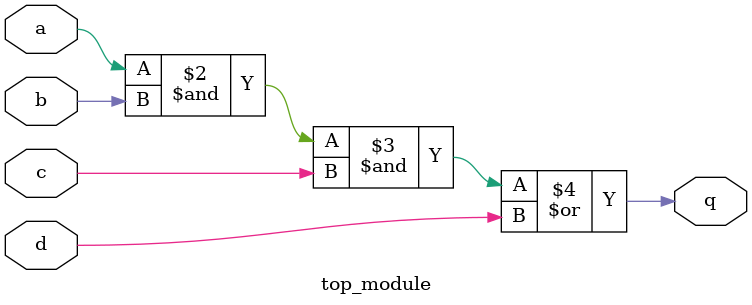
<source format=sv>
module top_module (
    input a, 
    input b, 
    input c, 
    input d,
    output q
);
    // Use always_comb instead of always @(*)
    always_comb begin
        // Add missing sensitivity list elements
        q = a & b & c | d;
    end
endmodule

</source>
